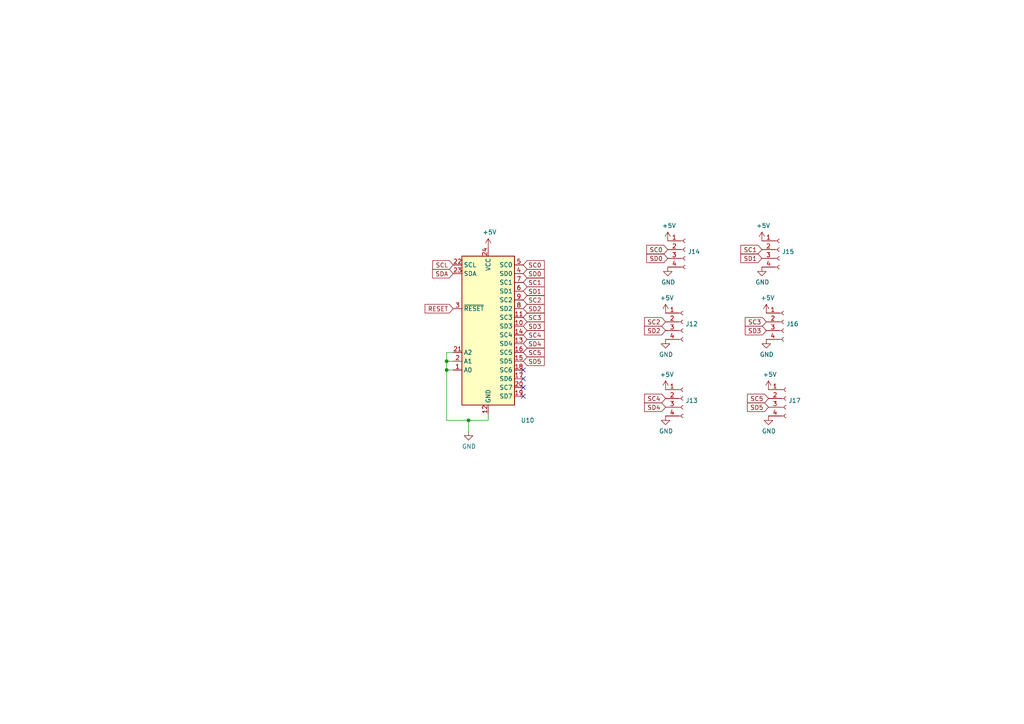
<source format=kicad_sch>
(kicad_sch (version 20211123) (generator eeschema)
  (paper "A4")
  (lib_symbols
    (symbol "Connector:Conn_01x04_Female" (pin_names (offset 1.016) hide)
      (property "Reference" "J" (at 0 5.08 0))
      (property "Value" "Conn_01x04_Female" (at 0 -7.62 0))
      (symbol "Conn_01x04_Female_1_1"
        (arc (start 0 -4.572) (mid -0.508 -5.08) (end 0 -5.588) (stroke (width 0.1524)))
        (arc (start 0 -2.032) (mid -0.508 -2.54) (end 0 -3.048) (stroke (width 0.1524)))
        (polyline (pts (xy -1.27 -5.08) (xy -0.508 -5.08)) (stroke (width 0.1524)))
        (polyline (pts (xy -1.27 -2.54) (xy -0.508 -2.54)) (stroke (width 0.1524)))
        (polyline (pts (xy -1.27 0) (xy -0.508 0)) (stroke (width 0.1524)))
        (polyline (pts (xy -1.27 2.54) (xy -0.508 2.54)) (stroke (width 0.1524)))
        (arc (start 0 0.508) (mid -0.508 0) (end 0 -0.508) (stroke (width 0.1524)))
        (arc (start 0 3.048) (mid -0.508 2.54) (end 0 2.032) (stroke (width 0.1524)))
        (pin passive line (at -5.08 2.54 0) (length 3.81) (name "Pin_1") (number "1"))
        (pin passive line (at -5.08 0 0) (length 3.81) (name "Pin_2") (number "2"))
        (pin passive line (at -5.08 -2.54 0) (length 3.81) (name "Pin_3") (number "3"))
        (pin passive line (at -5.08 -5.08 0) (length 3.81) (name "Pin_4") (number "4"))
      )
    )
    (symbol "Interface_Expansion:TCA9548APWR"
      (property "Reference" "U" (at -7.62 21.59 0))
      (property "Value" "TCA9548APWR" (at 1.016 21.59 0))
      (symbol "TCA9548APWR_0_1"
        (rectangle (start -7.62 20.32) (end 7.62 -22.86) (stroke (width 0.254)) (fill (type background)))
      )
      (symbol "TCA9548APWR_1_1"
        (pin input line (at -10.16 -12.7 0) (length 2.54) (name "A0") (number "1"))
        (pin bidirectional line (at 10.16 0 180) (length 2.54) (name "SD3") (number "10"))
        (pin output line (at 10.16 2.54 180) (length 2.54) (name "SC3") (number "11"))
        (pin power_in line (at 0 -25.4 90) (length 2.54) (name "GND") (number "12"))
        (pin bidirectional line (at 10.16 -5.08 180) (length 2.54) (name "SD4") (number "13"))
        (pin output line (at 10.16 -2.54 180) (length 2.54) (name "SC4") (number "14"))
        (pin bidirectional line (at 10.16 -10.16 180) (length 2.54) (name "SD5") (number "15"))
        (pin output line (at 10.16 -7.62 180) (length 2.54) (name "SC5") (number "16"))
        (pin bidirectional line (at 10.16 -15.24 180) (length 2.54) (name "SD6") (number "17"))
        (pin output line (at 10.16 -12.7 180) (length 2.54) (name "SC6") (number "18"))
        (pin bidirectional line (at 10.16 -20.32 180) (length 2.54) (name "SD7") (number "19"))
        (pin input line (at -10.16 -10.16 0) (length 2.54) (name "A1") (number "2"))
        (pin output line (at 10.16 -17.78 180) (length 2.54) (name "SC7") (number "20"))
        (pin input line (at -10.16 -7.62 0) (length 2.54) (name "A2") (number "21"))
        (pin input line (at -10.16 17.78 0) (length 2.54) (name "SCL") (number "22"))
        (pin bidirectional line (at -10.16 15.24 0) (length 2.54) (name "SDA") (number "23"))
        (pin power_in line (at 0 22.86 270) (length 2.54) (name "VCC") (number "24"))
        (pin input line (at -10.16 5.08 0) (length 2.54) (name "~{RESET}") (number "3"))
        (pin bidirectional line (at 10.16 15.24 180) (length 2.54) (name "SD0") (number "4"))
        (pin output line (at 10.16 17.78 180) (length 2.54) (name "SC0") (number "5"))
        (pin bidirectional line (at 10.16 10.16 180) (length 2.54) (name "SD1") (number "6"))
        (pin output line (at 10.16 12.7 180) (length 2.54) (name "SC1") (number "7"))
        (pin bidirectional line (at 10.16 5.08 180) (length 2.54) (name "SD2") (number "8"))
        (pin output line (at 10.16 7.62 180) (length 2.54) (name "SC2") (number "9"))
      )
    )
    (symbol "power:+5V" (power) (pin_names (offset 0))
      (property "Value" "+5V" (at 0 3.556 0))
      (symbol "+5V_0_1"
        (polyline (pts (xy -0.762 1.27) (xy 0 2.54)))
        (polyline (pts (xy 0 0) (xy 0 2.54)))
        (polyline (pts (xy 0 2.54) (xy 0.762 1.27)))
      )
      (symbol "+5V_1_1"
        (pin power_in line (at 0 0 90) (length 0) hide (name "+5V") (number "1"))
      )
    )
    (symbol "power:GND" (power) (pin_names (offset 0))
      (property "Value" "GND" (at 0 -3.81 0))
      (symbol "GND_0_1"
        (polyline (pts (xy 0 0) (xy 0 -1.27) (xy 1.27 -1.27) (xy 0 -2.54) (xy -1.27 -1.27) (xy 0 -1.27)))
      )
      (symbol "GND_1_1"
        (pin power_in line (at 0 0 270) (length 0) hide (name "GND") (number "1"))
      )
    )
  )
  (junction (at 129.54 107.315))
  (junction (at 135.89 121.92))
  (junction (at 129.54 104.775))
  (no_connect (at 151.765 114.935))
  (no_connect (at 151.765 107.315))
  (no_connect (at 151.765 112.395))
  (no_connect (at 151.765 109.855))
  (wire (pts (xy 129.54 104.775) (xy 129.54 107.315)))
  (wire (pts (xy 135.89 121.92) (xy 141.605 121.92)))
  (wire (pts (xy 135.89 125.095) (xy 135.89 121.92)))
  (wire (pts (xy 129.54 102.235) (xy 129.54 104.775)))
  (wire (pts (xy 129.54 107.315) (xy 129.54 121.92)))
  (wire (pts (xy 129.54 107.315) (xy 131.445 107.315)))
  (wire (pts (xy 129.54 104.775) (xy 131.445 104.775)))
  (wire (pts (xy 141.605 121.92) (xy 141.605 120.015)))
  (wire (pts (xy 129.54 102.235) (xy 131.445 102.235)))
  (wire (pts (xy 129.54 121.92) (xy 135.89 121.92)))
  (global_label "SC2" (shape input) (at 193.04 93.345 180) (property "插入图纸页参考" "${INTERSHEET_REFS}" (effects hide)))
  (global_label "SD2" (shape input) (at 193.04 95.885 180) (property "插入图纸页参考" "${INTERSHEET_REFS}" (effects hide)))
  (global_label "SD3" (shape input) (at 151.765 94.615 0) (property "插入图纸页参考" "${INTERSHEET_REFS}" (effects hide)))
  (global_label "SD4" (shape input) (at 193.04 118.11 180) (property "插入图纸页参考" "${INTERSHEET_REFS}" (effects hide)))
  (global_label "SC5" (shape input) (at 222.885 115.57 180) (property "插入图纸页参考" "${INTERSHEET_REFS}" (effects hide)))
  (global_label "SD5" (shape input) (at 222.885 118.11 180) (property "插入图纸页参考" "${INTERSHEET_REFS}" (effects hide)))
  (global_label "SD2" (shape input) (at 151.765 89.535 0) (property "插入图纸页参考" "${INTERSHEET_REFS}" (effects hide)))
  (global_label "SC4" (shape input) (at 151.765 97.155 0) (property "插入图纸页参考" "${INTERSHEET_REFS}" (effects hide)))
  (global_label "SD1" (shape input) (at 220.98 74.93 180) (property "插入图纸页参考" "${INTERSHEET_REFS}" (effects hide)))
  (global_label "SC2" (shape input) (at 151.765 86.995 0) (property "插入图纸页参考" "${INTERSHEET_REFS}" (effects hide)))
  (global_label "SC1" (shape input) (at 220.98 72.39 180) (property "插入图纸页参考" "${INTERSHEET_REFS}" (effects hide)))
  (global_label "SDA" (shape input) (at 131.445 79.375 180) (property "插入图纸页参考" "${INTERSHEET_REFS}" (effects hide)))
  (global_label "SC0" (shape input) (at 151.765 76.835 0) (property "插入图纸页参考" "${INTERSHEET_REFS}" (effects hide)))
  (global_label "SD3" (shape input) (at 222.25 95.885 180) (property "插入图纸页参考" "${INTERSHEET_REFS}" (effects hide)))
  (global_label "SC5" (shape input) (at 151.765 102.235 0) (property "插入图纸页参考" "${INTERSHEET_REFS}" (effects hide)))
  (global_label "RESET" (shape input) (at 131.445 89.535 180) (property "插入图纸页参考" "${INTERSHEET_REFS}" (effects hide)))
  (global_label "SD4" (shape input) (at 151.765 99.695 0) (property "插入图纸页参考" "${INTERSHEET_REFS}" (effects hide)))
  (global_label "SC3" (shape input) (at 151.765 92.075 0) (property "插入图纸页参考" "${INTERSHEET_REFS}" (effects hide)))
  (global_label "SC1" (shape input) (at 151.765 81.915 0) (property "插入图纸页参考" "${INTERSHEET_REFS}" (effects hide)))
  (global_label "SCL" (shape input) (at 131.445 76.835 180) (property "插入图纸页参考" "${INTERSHEET_REFS}" (effects hide)))
  (global_label "SC0" (shape input) (at 193.675 72.39 180) (property "插入图纸页参考" "${INTERSHEET_REFS}" (effects hide)))
  (global_label "SD0" (shape input) (at 193.675 74.93 180) (property "插入图纸页参考" "${INTERSHEET_REFS}" (effects hide)))
  (global_label "SD1" (shape input) (at 151.765 84.455 0) (property "插入图纸页参考" "${INTERSHEET_REFS}" (effects hide)))
  (global_label "SC4" (shape input) (at 193.04 115.57 180) (property "插入图纸页参考" "${INTERSHEET_REFS}" (effects hide)))
  (global_label "SC3" (shape input) (at 222.25 93.345 180) (property "插入图纸页参考" "${INTERSHEET_REFS}" (effects hide)))
  (global_label "SD5" (shape input) (at 151.765 104.775 0) (property "插入图纸页参考" "${INTERSHEET_REFS}" (effects hide)))
  (global_label "SD0" (shape input) (at 151.765 79.375 0) (property "插入图纸页参考" "${INTERSHEET_REFS}" (effects hide)))
  (symbol (lib_id "Interface_Expansion:TCA9548APWR") (at 141.605 94.615 0) (unit 1)
    (property "Reference" "U10" (at 153.035 121.92 0))
    (property "Datasheet" "http://www.ti.com/lit/ds/symlink/tca9548a.pdf" (effects hide))
  )
  (symbol (lib_id "power:GND") (at 135.89 125.095 0) (unit 1)
    (property "Reference" "#PWR01" (effects hide))
  )
  (symbol (lib_id "power:+5V") (at 141.605 71.755 0) (unit 1)
    (property "Reference" "#PWR02" (effects hide))
  )
  (symbol (lib_id "Connector:Conn_01x04_Female") (at 198.755 72.39 0) (unit 1)
    (property "Reference" "J14" (at 199.4662 72.9996 0) (effects (justify left)))
  )
  (symbol (lib_id "power:+5V") (at 193.675 69.85 0) (unit 1)
    (property "Reference" "#PWR0131" (effects hide))
  )
  (symbol (lib_id "power:GND") (at 193.675 77.47 0) (unit 1)
    (property "Reference" "#PWR0136" (effects hide))
  )
  (symbol (lib_id "Connector:Conn_01x04_Female") (at 226.06 72.39 0) (unit 1)
    (property "Reference" "J15" (at 226.7712 72.9996 0) (effects (justify left)))
  )
  (symbol (lib_id "power:+5V") (at 220.98 69.85 0) (unit 1)
    (property "Reference" "#PWR0137" (effects hide))
  )
  (symbol (lib_id "power:GND") (at 220.98 77.47 0) (unit 1)
    (property "Reference" "#PWR0138" (effects hide))
  )
  (symbol (lib_id "Connector:Conn_01x04_Female") (at 198.12 93.345 0) (unit 1)
    (property "Reference" "J12" (at 198.8312 93.9546 0) (effects (justify left)))
  )
  (symbol (lib_id "power:+5V") (at 193.04 90.805 0) (unit 1)
    (property "Reference" "#PWR0139" (effects hide))
  )
  (symbol (lib_id "power:GND") (at 193.04 98.425 0) (unit 1)
    (property "Reference" "#PWR0140" (effects hide))
  )
  (symbol (lib_id "Connector:Conn_01x04_Female") (at 227.33 93.345 0) (unit 1)
    (property "Reference" "J16" (at 228.0412 93.9546 0) (effects (justify left)))
  )
  (symbol (lib_id "power:+5V") (at 222.25 90.805 0) (unit 1)
    (property "Reference" "#PWR0141" (effects hide))
  )
  (symbol (lib_id "power:GND") (at 222.25 98.425 0) (unit 1)
    (property "Reference" "#PWR0142" (effects hide))
  )
  (symbol (lib_id "Connector:Conn_01x04_Female") (at 198.12 115.57 0) (unit 1)
    (property "Reference" "J13" (at 198.8312 116.1796 0) (effects (justify left)))
  )
  (symbol (lib_id "power:+5V") (at 193.04 113.03 0) (unit 1)
    (property "Reference" "#PWR0143" (effects hide))
  )
  (symbol (lib_id "power:GND") (at 193.04 120.65 0) (unit 1)
    (property "Reference" "#PWR0144" (effects hide))
  )
  (symbol (lib_id "Connector:Conn_01x04_Female") (at 227.965 115.57 0) (unit 1)
    (property "Reference" "J17" (at 228.6762 116.1796 0) (effects (justify left)))
  )
  (symbol (lib_id "power:+5V") (at 222.885 113.03 0) (unit 1)
    (property "Reference" "#PWR0145" (effects hide))
  )
  (symbol (lib_id "power:GND") (at 222.885 120.65 0) (unit 1)
    (property "Reference" "#PWR0146" (effects hide))
  )
)
</source>
